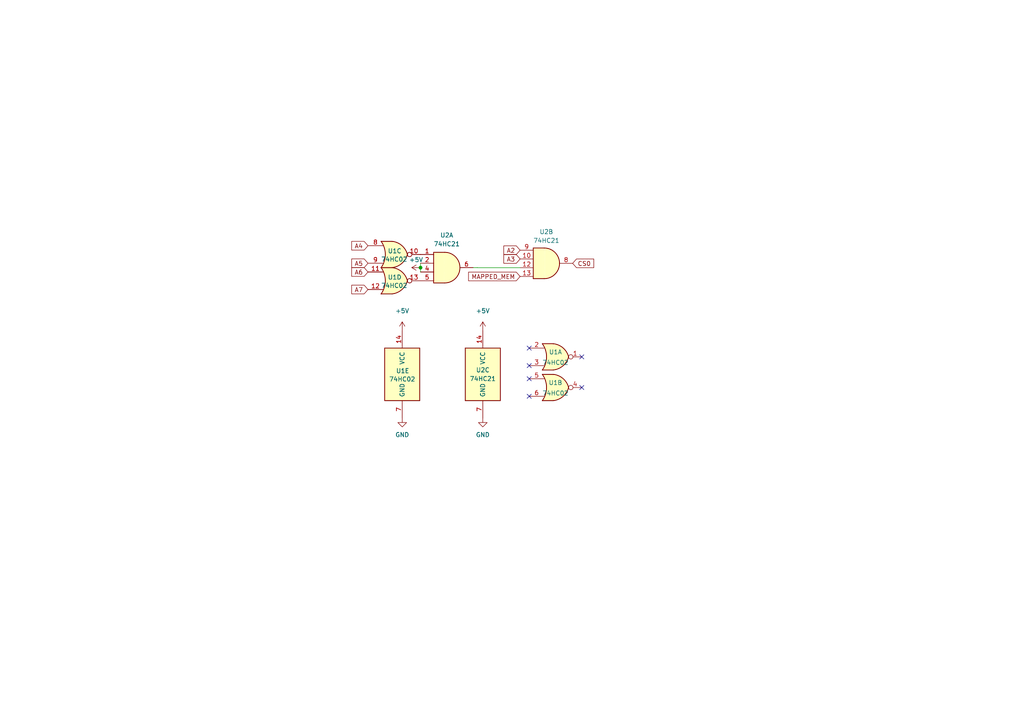
<source format=kicad_sch>
(kicad_sch (version 20230121) (generator eeschema)
  (paper "A4")
  (lib_symbols
    (symbol "74xx:74LS02" (pin_names (offset 1.016))
      (property "Reference" "U" (at 0 1.27 0))
      (property "Value" "74LS02" (at 0 -1.27 0))
      (symbol "74LS02_1_1"
        (arc (start -3.81 -3.81) (mid -2.589 0) (end -3.81 3.81) (stroke (width 0.254)))
        (arc (start -0.6096 -3.81) (mid 2.1855 -2.584) (end 3.81 0) (stroke (width 0.254)) (fill (type background)))
        (polyline (pts (xy -3.81 -3.81) (xy -0.635 -3.81)) (stroke (width 0.254)) (fill (type background)))
        (polyline (pts (xy -3.81 3.81) (xy -0.635 3.81)) (stroke (width 0.254)) (fill (type background)))
        (polyline (pts (xy -0.635 3.81) (xy -3.81 3.81) (xy -3.81 3.81) (xy -3.556 3.4036) (xy -3.0226 2.2606) (xy -2.6924 1.0414) (xy -2.6162 -0.254) (xy -2.7686 -1.4986) (xy -3.175 -2.7178) (xy -3.81 -3.81) (xy -3.81 -3.81) (xy -0.635 -3.81)) (stroke (width -25.4)) (fill (type background)))
        (arc (start 3.81 0) (mid 2.1928 2.5925) (end -0.6096 3.81) (stroke (width 0.254)) (fill (type background)))
        (pin output inverted (at 7.62 0 180) (length 3.81) (name "~") (number "1"))
        (pin input line (at -7.62 2.54 0) (length 4.318) (name "~") (number "2"))
        (pin input line (at -7.62 -2.54 0) (length 4.318) (name "~") (number "3"))
      )
      (symbol "74LS02_1_2"
        (arc (start 0 -3.81) (mid 3.7934 0) (end 0 3.81) (stroke (width 0.254)) (fill (type background)))
        (polyline (pts (xy 0 3.81) (xy -3.81 3.81) (xy -3.81 -3.81) (xy 0 -3.81)) (stroke (width 0.254)) (fill (type background)))
        (pin output line (at 7.62 0 180) (length 3.81) (name "~") (number "1"))
        (pin input inverted (at -7.62 2.54 0) (length 3.81) (name "~") (number "2"))
        (pin input inverted (at -7.62 -2.54 0) (length 3.81) (name "~") (number "3"))
      )
      (symbol "74LS02_2_1"
        (arc (start -3.81 -3.81) (mid -2.589 0) (end -3.81 3.81) (stroke (width 0.254)))
        (arc (start -0.6096 -3.81) (mid 2.1855 -2.584) (end 3.81 0) (stroke (width 0.254)) (fill (type background)))
        (polyline (pts (xy -3.81 -3.81) (xy -0.635 -3.81)) (stroke (width 0.254)) (fill (type background)))
        (polyline (pts (xy -3.81 3.81) (xy -0.635 3.81)) (stroke (width 0.254)) (fill (type background)))
        (polyline (pts (xy -0.635 3.81) (xy -3.81 3.81) (xy -3.81 3.81) (xy -3.556 3.4036) (xy -3.0226 2.2606) (xy -2.6924 1.0414) (xy -2.6162 -0.254) (xy -2.7686 -1.4986) (xy -3.175 -2.7178) (xy -3.81 -3.81) (xy -3.81 -3.81) (xy -0.635 -3.81)) (stroke (width -25.4)) (fill (type background)))
        (arc (start 3.81 0) (mid 2.1928 2.5925) (end -0.6096 3.81) (stroke (width 0.254)) (fill (type background)))
        (pin output inverted (at 7.62 0 180) (length 3.81) (name "~") (number "4"))
        (pin input line (at -7.62 2.54 0) (length 4.318) (name "~") (number "5"))
        (pin input line (at -7.62 -2.54 0) (length 4.318) (name "~") (number "6"))
      )
      (symbol "74LS02_2_2"
        (arc (start 0 -3.81) (mid 3.7934 0) (end 0 3.81) (stroke (width 0.254)) (fill (type background)))
        (polyline (pts (xy 0 3.81) (xy -3.81 3.81) (xy -3.81 -3.81) (xy 0 -3.81)) (stroke (width 0.254)) (fill (type background)))
        (pin output line (at 7.62 0 180) (length 3.81) (name "~") (number "4"))
        (pin input inverted (at -7.62 2.54 0) (length 3.81) (name "~") (number "5"))
        (pin input inverted (at -7.62 -2.54 0) (length 3.81) (name "~") (number "6"))
      )
      (symbol "74LS02_3_1"
        (arc (start -3.81 -3.81) (mid -2.589 0) (end -3.81 3.81) (stroke (width 0.254)))
        (arc (start -0.6096 -3.81) (mid 2.1855 -2.584) (end 3.81 0) (stroke (width 0.254)) (fill (type background)))
        (polyline (pts (xy -3.81 -3.81) (xy -0.635 -3.81)) (stroke (width 0.254)) (fill (type background)))
        (polyline (pts (xy -3.81 3.81) (xy -0.635 3.81)) (stroke (width 0.254)) (fill (type background)))
        (polyline (pts (xy -0.635 3.81) (xy -3.81 3.81) (xy -3.81 3.81) (xy -3.556 3.4036) (xy -3.0226 2.2606) (xy -2.6924 1.0414) (xy -2.6162 -0.254) (xy -2.7686 -1.4986) (xy -3.175 -2.7178) (xy -3.81 -3.81) (xy -3.81 -3.81) (xy -0.635 -3.81)) (stroke (width -25.4)) (fill (type background)))
        (arc (start 3.81 0) (mid 2.1928 2.5925) (end -0.6096 3.81) (stroke (width 0.254)) (fill (type background)))
        (pin output inverted (at 7.62 0 180) (length 3.81) (name "~") (number "10"))
        (pin input line (at -7.62 2.54 0) (length 4.318) (name "~") (number "8"))
        (pin input line (at -7.62 -2.54 0) (length 4.318) (name "~") (number "9"))
      )
      (symbol "74LS02_3_2"
        (arc (start 0 -3.81) (mid 3.7934 0) (end 0 3.81) (stroke (width 0.254)) (fill (type background)))
        (polyline (pts (xy 0 3.81) (xy -3.81 3.81) (xy -3.81 -3.81) (xy 0 -3.81)) (stroke (width 0.254)) (fill (type background)))
        (pin output line (at 7.62 0 180) (length 3.81) (name "~") (number "10"))
        (pin input inverted (at -7.62 2.54 0) (length 3.81) (name "~") (number "8"))
        (pin input inverted (at -7.62 -2.54 0) (length 3.81) (name "~") (number "9"))
      )
      (symbol "74LS02_4_1"
        (arc (start -3.81 -3.81) (mid -2.589 0) (end -3.81 3.81) (stroke (width 0.254)))
        (arc (start -0.6096 -3.81) (mid 2.1855 -2.584) (end 3.81 0) (stroke (width 0.254)) (fill (type background)))
        (polyline (pts (xy -3.81 -3.81) (xy -0.635 -3.81)) (stroke (width 0.254)) (fill (type background)))
        (polyline (pts (xy -3.81 3.81) (xy -0.635 3.81)) (stroke (width 0.254)) (fill (type background)))
        (polyline (pts (xy -0.635 3.81) (xy -3.81 3.81) (xy -3.81 3.81) (xy -3.556 3.4036) (xy -3.0226 2.2606) (xy -2.6924 1.0414) (xy -2.6162 -0.254) (xy -2.7686 -1.4986) (xy -3.175 -2.7178) (xy -3.81 -3.81) (xy -3.81 -3.81) (xy -0.635 -3.81)) (stroke (width -25.4)) (fill (type background)))
        (arc (start 3.81 0) (mid 2.1928 2.5925) (end -0.6096 3.81) (stroke (width 0.254)) (fill (type background)))
        (pin input line (at -7.62 2.54 0) (length 4.318) (name "~") (number "11"))
        (pin input line (at -7.62 -2.54 0) (length 4.318) (name "~") (number "12"))
        (pin output inverted (at 7.62 0 180) (length 3.81) (name "~") (number "13"))
      )
      (symbol "74LS02_4_2"
        (arc (start 0 -3.81) (mid 3.7934 0) (end 0 3.81) (stroke (width 0.254)) (fill (type background)))
        (polyline (pts (xy 0 3.81) (xy -3.81 3.81) (xy -3.81 -3.81) (xy 0 -3.81)) (stroke (width 0.254)) (fill (type background)))
        (pin input inverted (at -7.62 2.54 0) (length 3.81) (name "~") (number "11"))
        (pin input inverted (at -7.62 -2.54 0) (length 3.81) (name "~") (number "12"))
        (pin output line (at 7.62 0 180) (length 3.81) (name "~") (number "13"))
      )
      (symbol "74LS02_5_0"
        (pin power_in line (at 0 12.7 270) (length 5.08) (name "VCC") (number "14"))
        (pin power_in line (at 0 -12.7 90) (length 5.08) (name "GND") (number "7"))
      )
      (symbol "74LS02_5_1"
        (rectangle (start -5.08 7.62) (end 5.08 -7.62) (stroke (width 0.254)) (fill (type background)))
      )
    )
    (symbol "74xx:74LS21" (pin_names (offset 1.016))
      (property "Reference" "U" (at 0 1.27 0))
      (property "Value" "74LS21" (at 0 -1.27 0))
      (symbol "74LS21_1_1"
        (arc (start -0.635 -4.445) (mid 3.7907 0) (end -0.635 4.445) (stroke (width 0.254)) (fill (type background)))
        (polyline (pts (xy -0.635 4.445) (xy -3.81 4.445) (xy -3.81 -4.445) (xy -0.635 -4.445)) (stroke (width 0.254)) (fill (type background)))
        (pin input line (at -7.62 3.81 0) (length 3.81) (name "~") (number "1"))
        (pin input line (at -7.62 1.27 0) (length 3.81) (name "~") (number "2"))
        (pin input line (at -7.62 -1.27 0) (length 3.81) (name "~") (number "4"))
        (pin input line (at -7.62 -3.81 0) (length 3.81) (name "~") (number "5"))
        (pin output line (at 7.62 0 180) (length 3.81) (name "~") (number "6"))
      )
      (symbol "74LS21_1_2"
        (arc (start -3.81 -4.445) (mid -2.5908 0) (end -3.81 4.445) (stroke (width 0.254)))
        (arc (start -0.6096 -4.445) (mid 2.224 -2.8428) (end 3.81 0) (stroke (width 0.254)) (fill (type background)))
        (polyline (pts (xy -3.81 -4.445) (xy -0.635 -4.445)) (stroke (width 0.254)) (fill (type background)))
        (polyline (pts (xy -3.81 4.445) (xy -0.635 4.445)) (stroke (width 0.254)) (fill (type background)))
        (polyline (pts (xy -0.635 4.445) (xy -3.81 4.445) (xy -3.81 4.445) (xy -3.6322 4.0894) (xy -3.0988 2.921) (xy -2.7686 1.6764) (xy -2.6162 0.4318) (xy -2.6416 -0.8636) (xy -2.8702 -2.1082) (xy -3.2512 -3.3274) (xy -3.81 -4.445) (xy -3.81 -4.445) (xy -0.635 -4.445)) (stroke (width -25.4)) (fill (type background)))
        (arc (start 3.81 0) (mid 2.2198 2.8386) (end -0.6096 4.445) (stroke (width 0.254)) (fill (type background)))
        (pin input inverted (at -7.62 3.81 0) (length 3.81) (name "~") (number "1"))
        (pin input inverted (at -7.62 1.27 0) (length 4.826) (name "~") (number "2"))
        (pin input inverted (at -7.62 -1.27 0) (length 4.826) (name "~") (number "4"))
        (pin input inverted (at -7.62 -3.81 0) (length 3.81) (name "~") (number "5"))
        (pin output inverted (at 7.62 0 180) (length 3.81) (name "~") (number "6"))
      )
      (symbol "74LS21_2_1"
        (arc (start -0.635 -4.445) (mid 3.7907 0) (end -0.635 4.445) (stroke (width 0.254)) (fill (type background)))
        (polyline (pts (xy -0.635 4.445) (xy -3.81 4.445) (xy -3.81 -4.445) (xy -0.635 -4.445)) (stroke (width 0.254)) (fill (type background)))
        (pin input line (at -7.62 1.27 0) (length 3.81) (name "~") (number "10"))
        (pin input line (at -7.62 -1.27 0) (length 3.81) (name "~") (number "12"))
        (pin input line (at -7.62 -3.81 0) (length 3.81) (name "~") (number "13"))
        (pin output line (at 7.62 0 180) (length 3.81) (name "~") (number "8"))
        (pin input line (at -7.62 3.81 0) (length 3.81) (name "~") (number "9"))
      )
      (symbol "74LS21_2_2"
        (arc (start -3.81 -4.445) (mid -2.5908 0) (end -3.81 4.445) (stroke (width 0.254)))
        (arc (start -0.6096 -4.445) (mid 2.224 -2.8428) (end 3.81 0) (stroke (width 0.254)) (fill (type background)))
        (polyline (pts (xy -3.81 -4.445) (xy -0.635 -4.445)) (stroke (width 0.254)) (fill (type background)))
        (polyline (pts (xy -3.81 4.445) (xy -0.635 4.445)) (stroke (width 0.254)) (fill (type background)))
        (polyline (pts (xy -0.635 4.445) (xy -3.81 4.445) (xy -3.81 4.445) (xy -3.6322 4.0894) (xy -3.0988 2.921) (xy -2.7686 1.6764) (xy -2.6162 0.4318) (xy -2.6416 -0.8636) (xy -2.8702 -2.1082) (xy -3.2512 -3.3274) (xy -3.81 -4.445) (xy -3.81 -4.445) (xy -0.635 -4.445)) (stroke (width -25.4)) (fill (type background)))
        (arc (start 3.81 0) (mid 2.2198 2.8386) (end -0.6096 4.445) (stroke (width 0.254)) (fill (type background)))
        (pin input inverted (at -7.62 1.27 0) (length 4.826) (name "~") (number "10"))
        (pin input inverted (at -7.62 -1.27 0) (length 4.826) (name "~") (number "12"))
        (pin input inverted (at -7.62 -3.81 0) (length 3.81) (name "~") (number "13"))
        (pin output inverted (at 7.62 0 180) (length 3.81) (name "~") (number "8"))
        (pin input inverted (at -7.62 3.81 0) (length 3.81) (name "~") (number "9"))
      )
      (symbol "74LS21_3_0"
        (pin power_in line (at 0 12.7 270) (length 5.08) (name "VCC") (number "14"))
        (pin power_in line (at 0 -12.7 90) (length 5.08) (name "GND") (number "7"))
      )
      (symbol "74LS21_3_1"
        (rectangle (start -5.08 7.62) (end 5.08 -7.62) (stroke (width 0.254)) (fill (type background)))
      )
    )
    (symbol "power:+5V" (power) (pin_names (offset 0))
      (property "Value" "+5V" (at 0 3.556 0))
      (symbol "+5V_0_1"
        (polyline (pts (xy -0.762 1.27) (xy 0 2.54)))
        (polyline (pts (xy 0 0) (xy 0 2.54)))
        (polyline (pts (xy 0 2.54) (xy 0.762 1.27)))
      )
      (symbol "+5V_1_1"
        (pin power_in line (at 0 0 90) (length 0) hide (name "+5V") (number "1"))
      )
    )
    (symbol "power:GND" (power) (pin_names (offset 0))
      (property "Value" "GND" (at 0 -3.81 0))
      (symbol "GND_0_1"
        (polyline (pts (xy 0 0) (xy 0 -1.27) (xy 1.27 -1.27) (xy 0 -2.54) (xy -1.27 -1.27) (xy 0 -1.27)))
      )
      (symbol "GND_1_1"
        (pin power_in line (at 0 0 270) (length 0) hide (name "GND") (number "1"))
      )
    )
  )
  (junction (at 121.9708 77.6224))
  (no_connect (at 153.4924 109.8556))
  (no_connect (at 168.7324 112.3956))
  (no_connect (at 153.4924 106.0456))
  (no_connect (at 168.7324 103.5056))
  (no_connect (at 153.4924 114.9356))
  (no_connect (at 153.4924 100.9656))
  (wire (pts (xy 137.2108 77.6224) (xy 138.4808 77.6224)))
  (wire (pts (xy 121.9708 76.3524) (xy 121.9708 77.6224)))
  (wire (pts (xy 121.9708 77.6224) (xy 121.9708 78.8924)))
  (wire (pts (xy 138.4808 77.6484) (xy 150.8508 77.6484)))
  (wire (pts (xy 138.4808 77.6224) (xy 138.4808 77.6484)))
  (global_label "MAPPED_MEM" (shape input) (at 150.8508 80.1884 180) (property "Intersheetrefs" "${INTERSHEET_REFS}" (effects hide)))
  (global_label "CS0" (shape input) (at 166.0908 76.3784 0) (property "Intersheetrefs" "${INTERSHEET_REFS}" (effects hide)))
  (global_label "A7" (shape input) (at 106.7308 83.9724 180) (property "Intersheetrefs" "${INTERSHEET_REFS}" (effects hide)))
  (global_label "A6" (shape input) (at 106.7308 78.8924 180) (property "Intersheetrefs" "${INTERSHEET_REFS}" (effects hide)))
  (global_label "A3" (shape input) (at 150.8508 75.1084 180) (property "Intersheetrefs" "${INTERSHEET_REFS}" (effects hide)))
  (global_label "A2" (shape input) (at 150.8508 72.5684 180) (property "Intersheetrefs" "${INTERSHEET_REFS}" (effects hide)))
  (global_label "A4" (shape input) (at 106.7308 71.2724 180) (property "Intersheetrefs" "${INTERSHEET_REFS}" (effects hide)))
  (global_label "A5" (shape input) (at 106.7308 76.3524 180) (property "Intersheetrefs" "${INTERSHEET_REFS}" (effects hide)))
  (symbol (lib_id "power:+5V") (at 116.6624 95.8856 0) (unit 1)
    (property "Reference" "#PWR07" (effects hide))
    (property "Value" "+5V" (at 116.6624 90.1706 0))
    (instances (project "UART-Module" (path "" (reference "#PWR07") (unit 1)) (path "" (reference "#PWR07") (unit 1))) (project "PIA-module" (path "" (reference "#PWR01") (unit 1))))
  )
  (symbol (lib_id "74xx:74LS02") (at 116.6624 108.5856 0) (unit 5)
    (property "Reference" "U1" (at 116.7894 107.5696 0))
    (property "Value" "74HC02" (at 116.6624 109.9826 0))
    (property "Footprint" "Package_SO:SO-14_3.9x8.65mm_P1.27mm" (effects hide))
    (property "Datasheet" "http://www.ti.com/lit/gpn/sn74ls02" (effects hide))
  )
  (symbol (lib_id "power:GND") (at 116.6624 121.2856 0) (unit 1)
    (property "Reference" "#PWR08" (effects hide))
    (property "Value" "GND" (at 116.6624 126.1116 0))
    (instances (project "UART-Module" (path "" (reference "#PWR08") (unit 1)) (path "" (reference "#PWR08") (unit 1))) (project "PIA-module" (path "" (reference "#PWR02") (unit 1))))
  )
  (symbol (lib_id "74xx:74LS02") (at 114.3508 73.8124 0) (unit 3)
    (property "Reference" "U1" (at 114.4778 72.7964 0))
    (property "Value" "74HC02" (at 114.3508 75.2094 0))
    (property "Footprint" "Package_SO:SO-14_3.9x8.65mm_P1.27mm" (effects hide))
    (property "Datasheet" "http://www.ti.com/lit/gpn/sn74ls02" (effects hide))
  )
  (symbol (lib_id "power:+5V") (at 140.0304 95.8856 0) (unit 1)
    (property "Reference" "#PWR011" (effects hide))
    (property "Value" "+5V" (at 140.0304 90.1706 0))
    (instances (project "UART-Module" (path "" (reference "#PWR011") (unit 1)) (path "" (reference "#PWR011") (unit 1))) (project "PIA-module" (path "" (reference "#PWR05") (unit 1))))
  )
  (symbol (lib_id "74xx:74LS02") (at 114.3508 81.4324 0) (unit 4)
    (property "Reference" "U1" (at 114.4778 80.4164 0))
    (property "Value" "74HC02" (at 114.3508 82.8294 0))
    (property "Footprint" "Package_SO:SO-14_3.9x8.65mm_P1.27mm" (effects hide))
    (property "Datasheet" "http://www.ti.com/lit/gpn/sn74ls02" (effects hide))
  )
  (symbol (lib_id "74xx:74LS21") (at 129.5908 77.6224 0) (unit 1)
    (property "Reference" "U2" (at 129.5908 68.2244 0))
    (property "Value" "74HC21" (at 129.5908 70.7644 0))
    (property "Footprint" "Package_SO:SO-14_3.9x8.65mm_P1.27mm" (effects hide))
    (property "Datasheet" "http://www.ti.com/lit/gpn/sn74LS21" (effects hide))
    (instances (project "UART-Module" (path "" (reference "U2") (unit 1)) (path "" (reference "U2") (unit 1))) (project "PIA-module" (path "" (reference "U3") (unit 1))))
  )
  (symbol (lib_id "74xx:74LS21") (at 140.0304 108.5856 0) (unit 3)
    (property "Reference" "U2" (at 140.0304 107.3156 0))
    (property "Value" "74HC21" (at 140.0304 109.8556 0))
    (property "Footprint" "Package_SO:SO-14_3.9x8.65mm_P1.27mm" (effects hide))
    (property "Datasheet" "http://www.ti.com/lit/gpn/sn74LS21" (effects hide))
    (instances (project "UART-Module" (path "" (reference "U2") (unit 3)) (path "" (reference "U2") (unit 3))) (project "PIA-module" (path "" (reference "U3") (unit 3))))
  )
  (symbol (lib_id "power:GND") (at 140.0304 121.2856 0) (unit 1)
    (property "Reference" "#PWR012" (effects hide))
    (property "Value" "GND" (at 140.0304 126.1116 0))
    (instances (project "UART-Module" (path "" (reference "#PWR012") (unit 1)) (path "" (reference "#PWR012") (unit 1))) (project "PIA-module" (path "" (reference "#PWR06") (unit 1))))
  )
  (symbol (lib_id "74xx:74LS21") (at 158.4708 76.3784 0) (unit 2)
    (property "Reference" "U2" (at 158.4708 67.2344 0))
    (property "Value" "74HC21" (at 158.4708 69.7744 0))
    (property "Footprint" "Package_SO:SO-14_3.9x8.65mm_P1.27mm" (effects hide))
    (property "Datasheet" "http://www.ti.com/lit/gpn/sn74LS21" (effects hide))
    (instances (project "UART-Module" (path "" (reference "U2") (unit 2)) (path "" (reference "U2") (unit 2))) (project "PIA-module" (path "" (reference "U3") (unit 2))))
  )
  (symbol (lib_id "power:+5V") (at 121.9708 77.6224 90) (unit 1)
    (property "Reference" "#PWR09" (effects hide))
    (property "Value" "+5V" (at 122.743 75.3522 90) (effects (justify left)))
    (instances (project "UART-Module" (path "" (reference "#PWR09") (unit 1)) (path "" (reference "#PWR09") (unit 1))) (project "PIA-module" (path "" (reference "#PWR013") (unit 1))))
  )
  (symbol (lib_id "74xx:74LS02") (at 161.1124 103.5056 0) (unit 1)
    (property "Reference" "U1" (at 161.1124 102.1086 0))
    (property "Value" "74HC02" (at 161.1124 105.1566 0))
    (property "Footprint" "Package_SO:SO-14_3.9x8.65mm_P1.27mm" (effects hide))
    (property "Datasheet" "http://www.ti.com/lit/gpn/sn74ls02" (effects hide))
    (instances (project "UART-Module" (path "" (reference "U1") (unit 1)) (path "" (reference "U1") (unit 1))) (project "PIA-module" (path "" (reference "U1") (unit 2))))
  )
  (symbol (lib_id "74xx:74LS02") (at 161.1124 112.3956 0) (unit 2)
    (property "Reference" "U1" (at 161.1124 110.9986 0))
    (property "Value" "74HC02" (at 161.1124 114.0466 0))
    (property "Footprint" "Package_SO:SO-14_3.9x8.65mm_P1.27mm" (effects hide))
    (property "Datasheet" "http://www.ti.com/lit/gpn/sn74ls02" (effects hide))
  )
)
</source>
